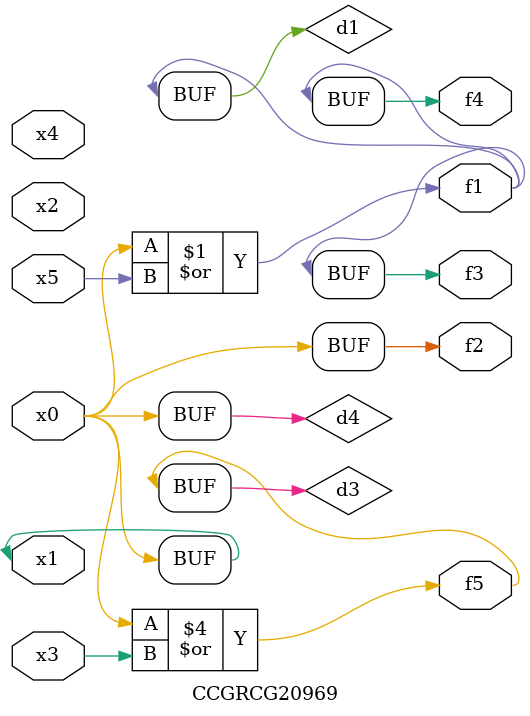
<source format=v>
module CCGRCG20969(
	input x0, x1, x2, x3, x4, x5,
	output f1, f2, f3, f4, f5
);

	wire d1, d2, d3, d4;

	or (d1, x0, x5);
	xnor (d2, x1, x4);
	or (d3, x0, x3);
	buf (d4, x0, x1);
	assign f1 = d1;
	assign f2 = d4;
	assign f3 = d1;
	assign f4 = d1;
	assign f5 = d3;
endmodule

</source>
